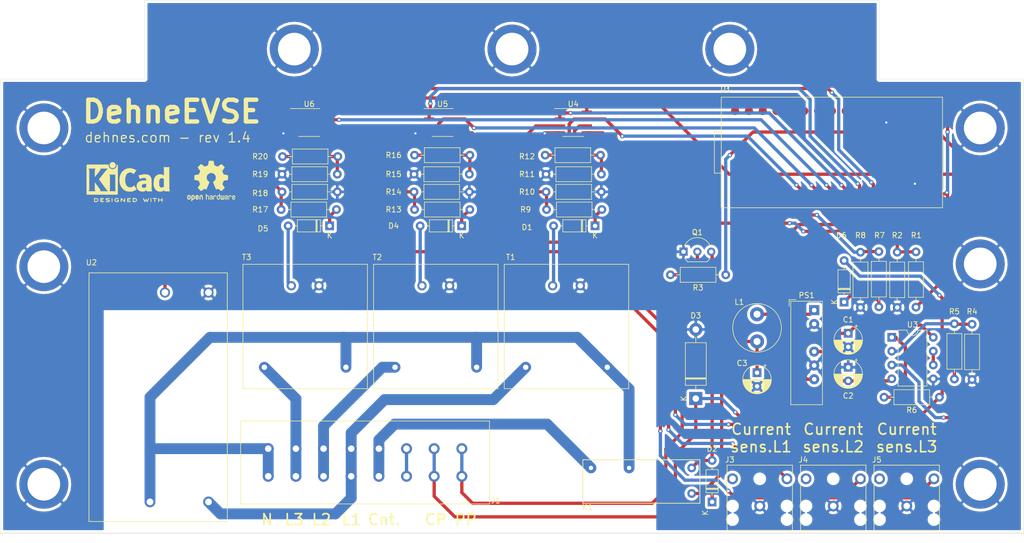
<source format=kicad_pcb>
(kicad_pcb (version 20171130) (host pcbnew "(5.1.9-0-10_14)")
  (title_block (title DehneEVSE) (date 2021-03-08) (rev 1.4) (company dehnes.com))
  (layers (0 F.Cu signal) (31 B.Cu signal) (34 B.Paste user) (35 F.Paste user) (36 B.SilkS user) (37 F.SilkS user) (38 B.Mask user) (39 F.Mask user) (44 Edge.Cuts user))
  (net 0 "")
  (net 1 GND)
  (net 2 +5V)
  (net 3 "Net-(D1-Pad2)")
  (net 4 "Net-(D2-Pad2)")
  (net 5 CP)
  (net 6 "Net-(D4-Pad2)")
  (net 7 "Net-(D5-Pad2)")
  (net 8 Contactor)
  (net 9 MAINS_N)
  (net 10 "Net-(J1-Pad6)")
  (net 11 MAINS_L3)
  (net 12 MAINS_L2)
  (net 13 MAINS_L1)
  (net 14 /PP)
  (net 15 CUR_SENS_L3)
  (net 16 CUR_SENS_L2)
  (net 17 CUR_SENS_L1)
  (net 18 "Net-(J3-Pad2)")
  (net 19 "Net-(J4-Pad2)")
  (net 20 "Net-(J5-Pad2)")
  (net 21 VOLTAGE_SENS_L1_READ)
  (net 22 +12VDC)
  (net 23 -12VDC)
  (net 24 "Net-(D1-Pad1)")
  (net 25 "Net-(D4-Pad1)")
  (net 26 "Net-(D5-Pad1)")
  (net 27 "Net-(D6-Pad1)")
  (net 28 "Net-(L1-Pad1)")
  (net 29 "Net-(Q1-Pad2)")
  (net 30 DC_RELAY)
  (net 31 "Net-(R4-Pad2)")
  (net 32 +3V3)
  (net 33 "Net-(R6-Pad2)")
  (net 34 CP_READ)
  (net 35 "Net-(R10-Pad1)")
  (net 36 "Net-(R11-Pad2)")
  (net 37 CURRENT_SENS_L1_READ)
  (net 38 "Net-(R13-Pad2)")
  (net 39 "Net-(R15-Pad2)")
  (net 40 CURRENT_SENS_L2_READ)
  (net 41 "Net-(R17-Pad2)")
  (net 42 "Net-(R19-Pad2)")
  (net 43 CURRENT_SENS_L3_READ)
  (net 44 "Net-(U1-Pad1)")
  (net 45 "Net-(U1-Pad3)")
  (net 46 "Net-(U1-Pad12)")
  (net 47 "Net-(U1-Pad13)")
  (net 48 "Net-(U1-Pad16)")
  (net 49 "Net-(U1-Pad17)")
  (net 50 "Net-(U1-Pad18)")
  (net 51 PWM)
  (net 52 "Net-(U1-Pad22)")
  (net 53 "Net-(U1-Pad23)")
  (net 54 "Net-(U1-Pad24)")
  (net 55 "Net-(U1-Pad25)")
  (net 56 "Net-(U1-Pad26)")
  (net 57 "Net-(U1-Pad27)")
  (net 58 "Net-(U1-Pad28)")
  (net 59 "Net-(U1-Pad29)")
  (net 60 "Net-(U1-Pad30)")
  (net 61 "Net-(U3-Pad6)")
  (net 62 VOLTAGE_SENS_L3_READ)
  (net 63 VOLTAGE_SENS_L2_READ)
  (module Symbol:OSHW-Logo2_9.8x8mm_SilkScreen (layer F.Cu) (at 152.75 135.25)
    (fp_text reference REF** hide)
    (fp_text value OSHW-Logo2_9.8x8mm_SilkScreen hide)
  )
  (module Symbol:KiCad-Logo2_6mm_SilkScreen (layer F.Cu) (at 137.5 134.75)
    (fp_text reference REF** hide)
    (fp_text value KiCad-Logo2_6mm_SilkScreen hide)
  )
  (module DehneEVSEFootPrints:CONV_IRM-05-5 (layer F.Cu) (at 143 175 90)
    (fp_text reference U2 (at 24.75 -12.25 180) (layer F.SilkS))
    (fp_text value NMA0512SC)
    (pad VPOS thru_hole circle (at 19.25 1.25 90) (size 1.86 1.86) (drill 1.24) (layers *.Cu *.Mask) (net 2 +5V))
    (pad VNEG thru_hole circle (at 19.25 9.25 90) (size 1.86 1.86) (drill 1.24) (layers *.Cu *.Mask) (net 1 GND))
    (pad AC/N thru_hole circle (at -19.25 -1.5 90) (size 1.86 1.86) (drill 1.24) (layers *.Cu *.Mask) (net 9 MAINS_N))
    (pad AC/L thru_hole circle (at -19.25 9.25 90) (size 1.86 1.86) (drill 1.24) (layers *.Cu *.Mask) (net 13 MAINS_L1))
  )
  (module DehneEVSEFootPrints:conn_08x02_wago (layer F.Cu) (at 181 187)
    (fp_text reference J1 (at 24 7) (layer F.SilkS))
    (fp_text value Connector1)
    (pad 8 thru_hole circle (at 17.78 2.54) (size 2 2) (drill 1.2) (layers *.Cu *.Mask) (net 14 /PP))
    (pad 8 thru_hole circle (at 17.78 -2.54) (size 2 2) (drill 1.2) (layers *.Cu *.Mask) (net 14 /PP))
    (pad 7 thru_hole circle (at 12.7 2.54) (size 2 2) (drill 1.2) (layers *.Cu *.Mask) (net 5 CP))
    (pad 7 thru_hole circle (at 12.7 -2.54) (size 2 2) (drill 1.2) (layers *.Cu *.Mask) (net 5 CP))
    (pad 6 thru_hole circle (at 7.62 2.54) (size 2 2) (drill 1.2) (layers *.Cu *.Mask) (net 10 "Net-(J1-Pad6)"))
    (pad 6 thru_hole circle (at 7.62 -2.54) (size 2 2) (drill 1.2) (layers *.Cu *.Mask) (net 10 "Net-(J1-Pad6)"))
    (pad 5 thru_hole circle (at 2.54 2.54) (size 2 2) (drill 1.2) (layers *.Cu *.Mask) (net 8 Contactor))
    (pad 5 thru_hole circle (at 2.54 -2.54) (size 2 2) (drill 1.2) (layers *.Cu *.Mask) (net 8 Contactor))
    (pad 4 thru_hole circle (at -2.54 2.54) (size 2 2) (drill 1.2) (layers *.Cu *.Mask) (net 13 MAINS_L1))
    (pad 4 thru_hole circle (at -2.54 -2.54) (size 2 2) (drill 1.2) (layers *.Cu *.Mask) (net 13 MAINS_L1))
    (pad 3 thru_hole circle (at -7.62 2.54) (size 2 2) (drill 1.2) (layers *.Cu *.Mask) (net 12 MAINS_L2))
    (pad 3 thru_hole circle (at -7.62 -2.54) (size 2 2) (drill 1.2) (layers *.Cu *.Mask) (net 12 MAINS_L2))
    (pad 2 thru_hole circle (at -12.7 2.54) (size 2 2) (drill 1.2) (layers *.Cu *.Mask) (net 11 MAINS_L3))
    (pad 2 thru_hole circle (at -12.7 -2.54) (size 2 2) (drill 1.2) (layers *.Cu *.Mask) (net 11 MAINS_L3))
    (pad 1 thru_hole circle (at -17.78 2.54) (size 2 2) (drill 1.2) (layers *.Cu *.Mask) (net 9 MAINS_N))
    (pad 1 thru_hole circle (at -17.78 -2.54) (size 2 2) (drill 1.2) (layers *.Cu *.Mask) (net 9 MAINS_N))
  )
  (module DehneEVSEFootPrints:MountingHole_6mm (layer F.Cu) (at 294 191)
    (fp_text reference REF** hide)
    (fp_text value MountingHole_6mm)
    (pad 1 thru_hole circle (at 0 0) (size 9 9) (drill 6) (layers *.Cu *.Mask) (net 1 GND))
  )
  (module DehneEVSEFootPrints:MountingHole_6mm (layer F.Cu) (at 294 150.5)
    (fp_text reference REF** hide)
    (fp_text value MountingHole_6mm)
    (pad 1 thru_hole circle (at 0 0) (size 9 9) (drill 6) (layers *.Cu *.Mask) (net 1 GND))
  )
  (module DehneEVSEFootPrints:MountingHole_6mm (layer F.Cu) (at 294 125.5)
    (fp_text reference REF** hide)
    (fp_text value MountingHole_6mm)
    (pad 1 thru_hole circle (at 0 0) (size 9 9) (drill 6) (layers *.Cu *.Mask) (net 1 GND))
  )
  (module DehneEVSEFootPrints:MountingHole_6mm (layer F.Cu) (at 122 191)
    (fp_text reference REF** hide)
    (fp_text value MountingHole_6mm)
    (pad 1 thru_hole circle (at 0 0) (size 9 9) (drill 6) (layers *.Cu *.Mask) (net 1 GND))
  )
  (module DehneEVSEFootPrints:MountingHole_6mm (layer F.Cu) (at 122 151)
    (fp_text reference REF** hide)
    (fp_text value MountingHole_6mm)
    (pad 1 thru_hole circle (at 0 0) (size 9 9) (drill 6) (layers *.Cu *.Mask) (net 1 GND))
  )
  (module DehneEVSEFootPrints:MountingHole_6mm (layer F.Cu) (at 122 125.5)
    (fp_text reference REF** hide)
    (fp_text value MountingHole_6mm)
    (pad 1 thru_hole circle (at 0 0) (size 9 9) (drill 6) (layers *.Cu *.Mask) (net 1 GND))
  )
  (module DehneEVSEFootPrints:MountingHole_6mm (layer F.Cu) (at 248 111)
    (fp_text reference REF** hide)
    (fp_text value MountingHole_6mm)
    (pad 1 thru_hole circle (at 0 0) (size 9 9) (drill 6) (layers *.Cu *.Mask) (net 1 GND))
  )
  (module DehneEVSEFootPrints:MountingHole_6mm (layer F.Cu) (at 208 111)
    (fp_text reference REF** hide)
    (fp_text value MountingHole_6mm)
    (pad 1 thru_hole circle (at 0 0) (size 9 9) (drill 6) (layers *.Cu *.Mask) (net 1 GND))
  )
  (module DehneEVSEFootPrints:MountingHole_6mm (layer F.Cu) (at 168 111)
    (fp_text reference REF** hide)
    (fp_text value MountingHole_6mm)
    (pad 1 thru_hole circle (at 0 0) (size 9 9) (drill 6) (layers *.Cu *.Mask) (net 1 GND))
  )
  (module DehneEVSEFootPrints:Omron-GSNB-1A (layer F.Cu) (at 241 188 180)
    (fp_text reference K1 (at 19.145 -7.25) (layer F.SilkS))
    (fp_text value "G5NB-1A Relay 5VDC")
    (pad 3 thru_hole circle (at 18.5 0 180) (size 1.6 1.6) (drill 0.8) (layers *.Cu *.Mask) (net 8 Contactor))
    (pad 2 thru_hole circle (at 11.5 0 180) (size 1.6 1.6) (drill 0.8) (layers *.Cu *.Mask) (net 9 MAINS_N))
    (pad 4 thru_hole circle (at 0 -4.7 180) (size 1.6 1.6) (drill 0.8) (layers *.Cu *.Mask) (net 2 +5V))
    (pad 1 thru_hole circle (at 0 0 180) (size 1.6 1.6) (drill 0.8) (layers *.Cu *.Mask) (net 4 "Net-(D2-Pad2)"))
  )
  (module DehneEVSEFootPrints:CLIFF_FC68131 (layer F.Cu) (at 280.5 195 90)
    (fp_text reference J5 (at 8.5 -5.5 180) (layer F.SilkS))
    (fp_text value FC68131)
    (pad None np_thru_hole circle (at -2.5 5 90) (size 1.3 1.3) (drill 1.3) (layers *.Cu *.Mask))
    (pad None np_thru_hole circle (at -2.5 -5 90) (size 1.3 1.3) (drill 1.3) (layers *.Cu *.Mask))
    (pad None np_thru_hole circle (at 0 -5 90) (size 1.3 1.3) (drill 1.3) (layers *.Cu *.Mask))
    (pad None np_thru_hole circle (at 0 5 90) (size 1.3 1.3) (drill 1.3) (layers *.Cu *.Mask))
    (pad None np_thru_hole circle (at 5 0 90) (size 1.3 1.3) (drill 1.3) (layers *.Cu *.Mask))
    (pad 2 thru_hole circle (at 5 -5 90) (size 2 2) (drill 1.2) (layers *.Cu *.Mask) (net 20 "Net-(J5-Pad2)"))
    (pad 5 thru_hole circle (at 5 5 90) (size 2 2) (drill 1.2) (layers *.Cu *.Mask) (net 15 CUR_SENS_L3))
    (pad 1 thru_hole circle (at 0 0 90) (size 2 2) (drill 1.2) (layers *.Cu *.Mask) (net 1 GND))
  )
  (module DehneEVSEFootPrints:CLIFF_FC68131 (layer F.Cu) (at 267 195 90)
    (fp_text reference J4 (at 8.5 -5.5 180) (layer F.SilkS))
    (fp_text value FC68131)
    (pad None np_thru_hole circle (at -2.5 5 90) (size 1.3 1.3) (drill 1.3) (layers *.Cu *.Mask))
    (pad None np_thru_hole circle (at -2.5 -5 90) (size 1.3 1.3) (drill 1.3) (layers *.Cu *.Mask))
    (pad None np_thru_hole circle (at 0 -5 90) (size 1.3 1.3) (drill 1.3) (layers *.Cu *.Mask))
    (pad None np_thru_hole circle (at 0 5 90) (size 1.3 1.3) (drill 1.3) (layers *.Cu *.Mask))
    (pad None np_thru_hole circle (at 5 0 90) (size 1.3 1.3) (drill 1.3) (layers *.Cu *.Mask))
    (pad 2 thru_hole circle (at 5 -5 90) (size 2 2) (drill 1.2) (layers *.Cu *.Mask) (net 19 "Net-(J4-Pad2)"))
    (pad 5 thru_hole circle (at 5 5 90) (size 2 2) (drill 1.2) (layers *.Cu *.Mask) (net 16 CUR_SENS_L2))
    (pad 1 thru_hole circle (at 0 0 90) (size 2 2) (drill 1.2) (layers *.Cu *.Mask) (net 1 GND))
  )
  (module DehneEVSEFootPrints:CLIFF_FC68131 (layer F.Cu) (at 253.5 195 90)
    (fp_text reference J3 (at 8.5 -5.5 180) (layer F.SilkS))
    (fp_text value FC68131)
    (pad None np_thru_hole circle (at -2.5 5 90) (size 1.3 1.3) (drill 1.3) (layers *.Cu *.Mask))
    (pad None np_thru_hole circle (at -2.5 -5 90) (size 1.3 1.3) (drill 1.3) (layers *.Cu *.Mask))
    (pad None np_thru_hole circle (at 0 -5 90) (size 1.3 1.3) (drill 1.3) (layers *.Cu *.Mask))
    (pad None np_thru_hole circle (at 0 5 90) (size 1.3 1.3) (drill 1.3) (layers *.Cu *.Mask))
    (pad None np_thru_hole circle (at 5 0 90) (size 1.3 1.3) (drill 1.3) (layers *.Cu *.Mask))
    (pad 2 thru_hole circle (at 5 -5 90) (size 2 2) (drill 1.2) (layers *.Cu *.Mask) (net 18 "Net-(J3-Pad2)"))
    (pad 5 thru_hole circle (at 5 5 90) (size 2 2) (drill 1.2) (layers *.Cu *.Mask) (net 17 CUR_SENS_L1))
    (pad 1 thru_hole circle (at 0 0 90) (size 2 2) (drill 1.2) (layers *.Cu *.Mask) (net 1 GND))
  )
  (module Capacitor_THT:CP_Radial_D5.0mm_P2.50mm (layer F.Cu) (at 269.75 163.25 270)
    (fp_text reference C1 (at -2.5 0 180) (layer F.SilkS))
    (fp_text value 1uf)
    (pad 2 thru_hole circle (at 2.5 0 270) (size 1.6 1.6) (drill 0.8) (layers *.Cu *.Mask) (net 1 GND))
    (pad 1 thru_hole rect (at 0 0 270) (size 1.6 1.6) (drill 0.8) (layers *.Cu *.Mask) (net 22 +12VDC))
  )
  (module Capacitor_THT:CP_Radial_D5.0mm_P2.50mm (layer F.Cu) (at 269.75 169.5 270)
    (fp_text reference C2 (at 5.25 0 180) (layer F.SilkS))
    (fp_text value 1uf)
    (pad 2 thru_hole circle (at 2.5 0 270) (size 1.6 1.6) (drill 0.8) (layers *.Cu *.Mask) (net 23 -12VDC))
    (pad 1 thru_hole rect (at 0 0 270) (size 1.6 1.6) (drill 0.8) (layers *.Cu *.Mask) (net 1 GND))
  )
  (module Capacitor_THT:CP_Radial_D5.0mm_P2.50mm (layer F.Cu) (at 253 170.5 270)
    (fp_text reference C3 (at -1.75 2.75 180) (layer F.SilkS))
    (fp_text value 2.2uf/50V)
    (pad 2 thru_hole circle (at 2.5 0 270) (size 1.6 1.6) (drill 0.8) (layers *.Cu *.Mask) (net 1 GND))
    (pad 1 thru_hole rect (at 0 0 270) (size 1.6 1.6) (drill 0.8) (layers *.Cu *.Mask) (net 2 +5V))
  )
  (module Diode_THT:D_DO-35_SOD27_P7.62mm_Horizontal (layer F.Cu) (at 223.25 143.5 180)
    (fp_text reference D1 (at 12.5 -0.25) (layer F.SilkS))
    (fp_text value 1N4148)
    (fp_text user K (at 0 -1.8) (layer F.SilkS))
    (pad 2 thru_hole oval (at 7.62 0 180) (size 1.6 1.6) (drill 0.8) (layers *.Cu *.Mask) (net 3 "Net-(D1-Pad2)"))
    (pad 1 thru_hole rect (at 0 0 180) (size 1.6 1.6) (drill 0.8) (layers *.Cu *.Mask) (net 24 "Net-(D1-Pad1)"))
  )
  (module Diode_THT:D_DO-35_SOD27_P7.62mm_Horizontal (layer F.Cu) (at 244.75 194.25 90)
    (fp_text reference D2 (at 9.75 0 180) (layer F.SilkS))
    (fp_text value 1N4148)
    (fp_text user K (at -2 -1.25 90) (layer F.SilkS))
    (pad 2 thru_hole oval (at 7.62 0 90) (size 1.6 1.6) (drill 0.8) (layers *.Cu *.Mask) (net 4 "Net-(D2-Pad2)"))
    (pad 1 thru_hole rect (at 0 0 90) (size 1.6 1.6) (drill 0.8) (layers *.Cu *.Mask) (net 2 +5V))
  )
  (module Diode_THT:D_DO-15_P12.70mm_Horizontal (layer F.Cu) (at 241.75 175.25 90)
    (fp_text reference D3 (at 15.25 0 180) (layer F.SilkS))
    (fp_text value TVS-P6KE16CA)
    (fp_text user K (at 0 -2.2 90) (layer F.SilkS))
    (pad 2 thru_hole oval (at 12.7 0 90) (size 2.4 2.4) (drill 1.2) (layers *.Cu *.Mask) (net 1 GND))
    (pad 1 thru_hole rect (at 0 0 90) (size 2.4 2.4) (drill 1.2) (layers *.Cu *.Mask) (net 5 CP))
  )
  (module Diode_THT:D_DO-35_SOD27_P7.62mm_Horizontal (layer F.Cu) (at 198.75 143.5 180)
    (fp_text reference D4 (at 12.5 0) (layer F.SilkS))
    (fp_text value 1N4148)
    (fp_text user K (at 0 -1.8) (layer F.SilkS))
    (pad 2 thru_hole oval (at 7.62 0 180) (size 1.6 1.6) (drill 0.8) (layers *.Cu *.Mask) (net 6 "Net-(D4-Pad2)"))
    (pad 1 thru_hole rect (at 0 0 180) (size 1.6 1.6) (drill 0.8) (layers *.Cu *.Mask) (net 25 "Net-(D4-Pad1)"))
  )
  (module Diode_THT:D_DO-35_SOD27_P7.62mm_Horizontal (layer F.Cu) (at 174.5 143.5 180)
    (fp_text reference D5 (at 12.25 -0.5) (layer F.SilkS))
    (fp_text value 1N4148)
    (fp_text user K (at 0 -1.8) (layer F.SilkS))
    (pad 2 thru_hole oval (at 7.62 0 180) (size 1.6 1.6) (drill 0.8) (layers *.Cu *.Mask) (net 7 "Net-(D5-Pad2)"))
    (pad 1 thru_hole rect (at 0 0 180) (size 1.6 1.6) (drill 0.8) (layers *.Cu *.Mask) (net 26 "Net-(D5-Pad1)"))
  )
  (module Diode_THT:D_DO-35_SOD27_P7.62mm_Horizontal (layer F.Cu) (at 269 157.5 90)
    (fp_text reference D6 (at 12.25 -0.5 180) (layer F.SilkS))
    (fp_text value 1N4148)
    (fp_text user K (at 0 -1.8 90) (layer F.SilkS))
    (pad 2 thru_hole oval (at 7.62 0 90) (size 1.6 1.6) (drill 0.8) (layers *.Cu *.Mask) (net 5 CP))
    (pad 1 thru_hole rect (at 0 0 90) (size 1.6 1.6) (drill 0.8) (layers *.Cu *.Mask) (net 27 "Net-(D6-Pad1)"))
  )
  (module Inductor_THT:L_Radial_D8.7mm_P5.00mm_Fastron_07HCP (layer F.Cu) (at 253 159.75 270)
    (fp_text reference L1 (at -2.25 3.25 180) (layer F.SilkS))
    (fp_text value 18uH)
    (pad 2 thru_hole circle (at 5 0 270) (size 2.6 2.6) (drill 1.3) (layers *.Cu *.Mask) (net 2 +5V))
    (pad 1 thru_hole circle (at 0 0 270) (size 2.6 2.6) (drill 1.3) (layers *.Cu *.Mask) (net 28 "Net-(L1-Pad1)"))
  )
  (module Converter_DCDC:Converter_DCDC_XP_POWER-IAxxxxS_THT (layer F.Cu) (at 263.5 159)
    (fp_text reference PS1 (at -1.39 -2.73) (layer F.SilkS))
    (fp_text value NMA0512SC)
    (pad 6 thru_hole circle (at 0 12.7) (size 1.85 1.85) (drill 0.85) (layers *.Cu *.Mask) (net 22 +12VDC))
    (pad 5 thru_hole circle (at 0 10.16) (size 1.85 1.85) (drill 0.85) (layers *.Cu *.Mask) (net 1 GND))
    (pad 4 thru_hole circle (at 0 7.62) (size 1.85 1.85) (drill 0.85) (layers *.Cu *.Mask) (net 23 -12VDC))
    (pad 2 thru_hole circle (at 0 2.54) (size 1.85 1.85) (drill 0.85) (layers *.Cu *.Mask) (net 1 GND))
    (pad 1 thru_hole rect (at 0 0) (size 1.85 1.85) (drill 0.85) (layers *.Cu *.Mask) (net 28 "Net-(L1-Pad1)"))
  )
  (module Package_TO_SOT_THT:TO-92_Inline_Wide (layer F.Cu) (at 239.5 148.25)
    (fp_text reference Q1 (at 2.54 -3.56) (layer F.SilkS))
    (fp_text value PN2222A)
    (pad 1 thru_hole rect (at 0 0) (size 1.5 1.5) (drill 0.8) (layers *.Cu *.Mask) (net 1 GND))
    (pad 3 thru_hole circle (at 5.08 0) (size 1.5 1.5) (drill 0.8) (layers *.Cu *.Mask) (net 4 "Net-(D2-Pad2)"))
    (pad 2 thru_hole circle (at 2.54 0) (size 1.5 1.5) (drill 0.8) (layers *.Cu *.Mask) (net 29 "Net-(Q1-Pad2)"))
  )
  (module Resistor_THT:R_Axial_DIN0207_L6.3mm_D2.5mm_P10.16mm_Horizontal (layer F.Cu) (at 282.194999 148.285001 270)
    (fp_text reference R1 (at -3.035001 -0.055001 180) (layer F.SilkS))
    (fp_text value 1k)
    (pad 2 thru_hole oval (at 10.16 0 270) (size 1.6 1.6) (drill 0.8) (layers *.Cu *.Mask) (net 2 +5V))
    (pad 1 thru_hole circle (at 0 0 270) (size 1.6 1.6) (drill 0.8) (layers *.Cu *.Mask) (net 14 /PP))
  )
  (module Resistor_THT:R_Axial_DIN0207_L6.3mm_D2.5mm_P10.16mm_Horizontal (layer F.Cu) (at 278.75 158.5 90)
    (fp_text reference R2 (at 13.25 0 180) (layer F.SilkS))
    (fp_text value 1k)
    (pad 2 thru_hole oval (at 10.16 0 90) (size 1.6 1.6) (drill 0.8) (layers *.Cu *.Mask) (net 14 /PP))
    (pad 1 thru_hole circle (at 0 0 90) (size 1.6 1.6) (drill 0.8) (layers *.Cu *.Mask) (net 1 GND))
  )
  (module Resistor_THT:R_Axial_DIN0207_L6.3mm_D2.5mm_P10.16mm_Horizontal (layer F.Cu) (at 247.25 152.5 180)
    (fp_text reference R3 (at 5.08 -2.37) (layer F.SilkS))
    (fp_text value 330)
    (pad 2 thru_hole oval (at 10.16 0 180) (size 1.6 1.6) (drill 0.8) (layers *.Cu *.Mask) (net 29 "Net-(Q1-Pad2)"))
    (pad 1 thru_hole circle (at 0 0 180) (size 1.6 1.6) (drill 0.8) (layers *.Cu *.Mask) (net 30 DC_RELAY))
  )
  (module Resistor_THT:R_Axial_DIN0207_L6.3mm_D2.5mm_P10.16mm_Horizontal (layer F.Cu) (at 292.5 171.75 90)
    (fp_text reference R4 (at 12.5 0 180) (layer F.SilkS))
    (fp_text value 120k)
    (pad 2 thru_hole oval (at 10.16 0 90) (size 1.6 1.6) (drill 0.8) (layers *.Cu *.Mask) (net 31 "Net-(R4-Pad2)"))
    (pad 1 thru_hole circle (at 0 0 90) (size 1.6 1.6) (drill 0.8) (layers *.Cu *.Mask) (net 1 GND))
  )
  (module Resistor_THT:R_Axial_DIN0207_L6.3mm_D2.5mm_P10.16mm_Horizontal (layer F.Cu) (at 289.25 161.5 270)
    (fp_text reference R5 (at -2.25 0 180) (layer F.SilkS))
    (fp_text value 120k)
    (pad 2 thru_hole oval (at 10.16 0 270) (size 1.6 1.6) (drill 0.8) (layers *.Cu *.Mask) (net 32 +3V3))
    (pad 1 thru_hole circle (at 0 0 270) (size 1.6 1.6) (drill 0.8) (layers *.Cu *.Mask) (net 31 "Net-(R4-Pad2)"))
  )
  (module Resistor_THT:R_Axial_DIN0207_L6.3mm_D2.5mm_P10.16mm_Horizontal (layer F.Cu) (at 286.5 175 180)
    (fp_text reference R6 (at 5.08 -2.37) (layer F.SilkS))
    (fp_text value 1k)
    (pad 2 thru_hole oval (at 10.16 0 180) (size 1.6 1.6) (drill 0.8) (layers *.Cu *.Mask) (net 33 "Net-(R6-Pad2)"))
    (pad 1 thru_hole circle (at 0 0 180) (size 1.6 1.6) (drill 0.8) (layers *.Cu *.Mask) (net 5 CP))
  )
  (module Resistor_THT:R_Axial_DIN0207_L6.3mm_D2.5mm_P10.16mm_Horizontal (layer F.Cu) (at 275.374999 148.225001 270)
    (fp_text reference R7 (at -2.975001 -0.125001 180) (layer F.SilkS))
    (fp_text value 180k)
    (pad 2 thru_hole oval (at 10.16 0 270) (size 1.6 1.6) (drill 0.8) (layers *.Cu *.Mask) (net 27 "Net-(D6-Pad1)"))
    (pad 1 thru_hole circle (at 0 0 270) (size 1.6 1.6) (drill 0.8) (layers *.Cu *.Mask) (net 34 CP_READ))
  )
  (module Resistor_THT:R_Axial_DIN0207_L6.3mm_D2.5mm_P10.16mm_Horizontal (layer F.Cu) (at 272 158.5 90)
    (fp_text reference R8 (at 13.25 0 180) (layer F.SilkS))
    (fp_text value 47k)
    (pad 2 thru_hole oval (at 10.16 0 90) (size 1.6 1.6) (drill 0.8) (layers *.Cu *.Mask) (net 34 CP_READ))
    (pad 1 thru_hole circle (at 0 0 90) (size 1.6 1.6) (drill 0.8) (layers *.Cu *.Mask) (net 1 GND))
  )
  (module Resistor_THT:R_Axial_DIN0207_L6.3mm_D2.5mm_P10.16mm_Horizontal (layer F.Cu) (at 224.5 140.5 180)
    (fp_text reference R9 (at 14 0 180) (layer F.SilkS))
    (fp_text value 100k)
    (pad 2 thru_hole oval (at 10.16 0 180) (size 1.6 1.6) (drill 0.8) (layers *.Cu *.Mask) (net 35 "Net-(R10-Pad1)"))
    (pad 1 thru_hole circle (at 0 0 180) (size 1.6 1.6) (drill 0.8) (layers *.Cu *.Mask) (net 24 "Net-(D1-Pad1)"))
  )
  (module Resistor_THT:R_Axial_DIN0207_L6.3mm_D2.5mm_P10.16mm_Horizontal (layer F.Cu) (at 214.25 137.25)
    (fp_text reference R10 (at -3.5 0) (layer F.SilkS))
    (fp_text value 10k)
    (pad 2 thru_hole oval (at 10.16 0) (size 1.6 1.6) (drill 0.8) (layers *.Cu *.Mask) (net 1 GND))
    (pad 1 thru_hole circle (at 0 0) (size 1.6 1.6) (drill 0.8) (layers *.Cu *.Mask) (net 35 "Net-(R10-Pad1)"))
  )
  (module Resistor_THT:R_Axial_DIN0207_L6.3mm_D2.5mm_P10.16mm_Horizontal (layer F.Cu) (at 214.25 134)
    (fp_text reference R11 (at -3.5 0) (layer F.SilkS))
    (fp_text value 10k)
    (pad 2 thru_hole oval (at 10.16 0) (size 1.6 1.6) (drill 0.8) (layers *.Cu *.Mask) (net 36 "Net-(R11-Pad2)"))
    (pad 1 thru_hole circle (at 0 0) (size 1.6 1.6) (drill 0.8) (layers *.Cu *.Mask) (net 1 GND))
  )
  (module Resistor_THT:R_Axial_DIN0207_L6.3mm_D2.5mm_P10.16mm_Horizontal (layer F.Cu) (at 224.25 130.5 180)
    (fp_text reference R12 (at 13.5 -0.25) (layer F.SilkS))
    (fp_text value 10k)
    (pad 2 thru_hole oval (at 10.16 0 180) (size 1.6 1.6) (drill 0.8) (layers *.Cu *.Mask) (net 37 CURRENT_SENS_L1_READ))
    (pad 1 thru_hole circle (at 0 0 180) (size 1.6 1.6) (drill 0.8) (layers *.Cu *.Mask) (net 36 "Net-(R11-Pad2)"))
  )
  (module Resistor_THT:R_Axial_DIN0207_L6.3mm_D2.5mm_P10.16mm_Horizontal (layer F.Cu) (at 200.25 140.5 180)
    (fp_text reference R13 (at 14 0) (layer F.SilkS))
    (fp_text value 100k)
    (pad 2 thru_hole oval (at 10.16 0 180) (size 1.6 1.6) (drill 0.8) (layers *.Cu *.Mask) (net 38 "Net-(R13-Pad2)"))
    (pad 1 thru_hole circle (at 0 0 180) (size 1.6 1.6) (drill 0.8) (layers *.Cu *.Mask) (net 25 "Net-(D4-Pad1)"))
  )
  (module Resistor_THT:R_Axial_DIN0207_L6.3mm_D2.5mm_P10.16mm_Horizontal (layer F.Cu) (at 190 137.25)
    (fp_text reference R14 (at -3.75 0) (layer F.SilkS))
    (fp_text value 10k)
    (pad 2 thru_hole oval (at 10.16 0) (size 1.6 1.6) (drill 0.8) (layers *.Cu *.Mask) (net 1 GND))
    (pad 1 thru_hole circle (at 0 0) (size 1.6 1.6) (drill 0.8) (layers *.Cu *.Mask) (net 38 "Net-(R13-Pad2)"))
  )
  (module Resistor_THT:R_Axial_DIN0207_L6.3mm_D2.5mm_P10.16mm_Horizontal (layer F.Cu) (at 190 134)
    (fp_text reference R15 (at -3.75 0) (layer F.SilkS))
    (fp_text value 10k)
    (pad 2 thru_hole oval (at 10.16 0) (size 1.6 1.6) (drill 0.8) (layers *.Cu *.Mask) (net 39 "Net-(R15-Pad2)"))
    (pad 1 thru_hole circle (at 0 0) (size 1.6 1.6) (drill 0.8) (layers *.Cu *.Mask) (net 1 GND))
  )
  (module Resistor_THT:R_Axial_DIN0207_L6.3mm_D2.5mm_P10.16mm_Horizontal (layer F.Cu) (at 200.25 130.5 180)
    (fp_text reference R16 (at 14 0) (layer F.SilkS))
    (fp_text value 10k)
    (pad 2 thru_hole oval (at 10.16 0 180) (size 1.6 1.6) (drill 0.8) (layers *.Cu *.Mask) (net 40 CURRENT_SENS_L2_READ))
    (pad 1 thru_hole circle (at 0 0 180) (size 1.6 1.6) (drill 0.8) (layers *.Cu *.Mask) (net 39 "Net-(R15-Pad2)"))
  )
  (module Resistor_THT:R_Axial_DIN0207_L6.3mm_D2.5mm_P10.16mm_Horizontal (layer F.Cu) (at 175.75 140.5 180)
    (fp_text reference R17 (at 14 0) (layer F.SilkS))
    (fp_text value 100k)
    (pad 2 thru_hole oval (at 10.16 0 180) (size 1.6 1.6) (drill 0.8) (layers *.Cu *.Mask) (net 41 "Net-(R17-Pad2)"))
    (pad 1 thru_hole circle (at 0 0 180) (size 1.6 1.6) (drill 0.8) (layers *.Cu *.Mask) (net 26 "Net-(D5-Pad1)"))
  )
  (module Resistor_THT:R_Axial_DIN0207_L6.3mm_D2.5mm_P10.16mm_Horizontal (layer F.Cu) (at 165.75 137.25)
    (fp_text reference R18 (at -4 0.25) (layer F.SilkS))
    (fp_text value 10k)
    (pad 2 thru_hole oval (at 10.16 0) (size 1.6 1.6) (drill 0.8) (layers *.Cu *.Mask) (net 1 GND))
    (pad 1 thru_hole circle (at 0 0) (size 1.6 1.6) (drill 0.8) (layers *.Cu *.Mask) (net 41 "Net-(R17-Pad2)"))
  )
  (module Resistor_THT:R_Axial_DIN0207_L6.3mm_D2.5mm_P10.16mm_Horizontal (layer F.Cu) (at 165.75 134)
    (fp_text reference R19 (at -4 0) (layer F.SilkS))
    (fp_text value 10k)
    (pad 2 thru_hole oval (at 10.16 0) (size 1.6 1.6) (drill 0.8) (layers *.Cu *.Mask) (net 42 "Net-(R19-Pad2)"))
    (pad 1 thru_hole circle (at 0 0) (size 1.6 1.6) (drill 0.8) (layers *.Cu *.Mask) (net 1 GND))
  )
  (module Resistor_THT:R_Axial_DIN0207_L6.3mm_D2.5mm_P10.16mm_Horizontal (layer F.Cu) (at 176 130.75 180)
    (fp_text reference R20 (at 14.25 0) (layer F.SilkS))
    (fp_text value 10k)
    (pad 2 thru_hole oval (at 10.16 0 180) (size 1.6 1.6) (drill 0.8) (layers *.Cu *.Mask) (net 43 CURRENT_SENS_L3_READ))
    (pad 1 thru_hole circle (at 0 0 180) (size 1.6 1.6) (drill 0.8) (layers *.Cu *.Mask) (net 42 "Net-(R19-Pad2)"))
  )
  (module DehneEVSEFootPrints:Arduino_Nano_33_iot__SMT (layer F.Cu) (at 266.75 130)
    (fp_text reference U1 (at -19.5 -11.5) (layer F.SilkS))
    (fp_text value "Arduino Nano 33 IoT")
    (pad 30 smd circle (at -17.78 -7.62) (size 1.5 1.5) (layers F.Cu F.Paste F.Mask) (net 60 "Net-(U1-Pad30)"))
    (pad 29 smd circle (at -15.24 -7.62) (size 1.5 1.5) (layers F.Cu F.Paste F.Mask) (net 59 "Net-(U1-Pad29)"))
    (pad 28 smd circle (at -12.7 -7.62) (size 1.5 1.5) (layers F.Cu F.Paste F.Mask) (net 58 "Net-(U1-Pad28)"))
    (pad 27 smd circle (at -10.16 -7.62) (size 1.5 1.5) (layers F.Cu F.Paste F.Mask) (net 57 "Net-(U1-Pad27)"))
    (pad 26 smd circle (at -7.62 -7.62) (size 1.5 1.5) (layers F.Cu F.Paste F.Mask) (net 56 "Net-(U1-Pad26)"))
    (pad 25 smd circle (at -5.08 -7.62) (size 1.5 1.5) (layers F.Cu F.Paste F.Mask) (net 55 "Net-(U1-Pad25)"))
    (pad 24 smd circle (at -2.54 -7.62) (size 1.5 1.5) (layers F.Cu F.Paste F.Mask) (net 54 "Net-(U1-Pad24)"))
    (pad 23 smd circle (at 0 -7.62) (size 1.5 1.5) (layers F.Cu F.Paste F.Mask) (net 53 "Net-(U1-Pad23)"))
    (pad 22 smd circle (at 2.54 -7.62) (size 1.5 1.5) (layers F.Cu F.Paste F.Mask) (net 52 "Net-(U1-Pad22)"))
    (pad 21 smd circle (at 5.08 -7.62) (size 1.5 1.5) (layers F.Cu F.Paste F.Mask) (net 51 PWM))
    (pad 20 smd circle (at 7.62 -7.62) (size 1.5 1.5) (layers F.Cu F.Paste F.Mask) (net 30 DC_RELAY))
    (pad 19 smd circle (at 10.16 -7.62) (size 1.5 1.5) (layers F.Cu F.Paste F.Mask) (net 1 GND))
    (pad 18 smd circle (at 12.7 -7.62) (size 1.5 1.5) (layers F.Cu F.Paste F.Mask) (net 50 "Net-(U1-Pad18)"))
    (pad 17 smd circle (at 15.24 -7.62) (size 1.5 1.5) (layers F.Cu F.Paste F.Mask) (net 49 "Net-(U1-Pad17)"))
    (pad 16 smd circle (at 17.78 -7.62) (size 1.5 1.5) (layers F.Cu F.Paste F.Mask) (net 48 "Net-(U1-Pad16)"))
    (pad 15 smd circle (at 17.78 7.62) (size 1.5 1.5) (layers F.Cu F.Paste F.Mask) (net 2 +5V))
    (pad 14 smd circle (at 15.24 7.62) (size 1.5 1.5) (layers F.Cu F.Paste F.Mask) (net 1 GND))
    (pad 13 smd circle (at 12.7 7.62) (size 1.5 1.5) (layers F.Cu F.Paste F.Mask) (net 47 "Net-(U1-Pad13)"))
    (pad 12 smd circle (at 10.16 7.62) (size 1.5 1.5) (layers F.Cu F.Paste F.Mask) (net 46 "Net-(U1-Pad12)"))
    (pad 11 smd circle (at 7.62 7.62) (size 1.5 1.5) (layers F.Cu F.Paste F.Mask) (net 62 VOLTAGE_SENS_L3_READ))
    (pad 10 smd circle (at 5.08 7.62) (size 1.5 1.5) (layers F.Cu F.Paste F.Mask) (net 63 VOLTAGE_SENS_L2_READ))
    (pad 9 smd circle (at 2.54 7.62) (size 1.5 1.5) (layers F.Cu F.Paste F.Mask) (net 21 VOLTAGE_SENS_L1_READ))
    (pad 8 smd circle (at 0 7.62) (size 1.5 1.5) (layers F.Cu F.Paste F.Mask) (net 43 CURRENT_SENS_L3_READ))
    (pad 7 smd circle (at -2.54 7.62) (size 1.5 1.5) (layers F.Cu F.Paste F.Mask) (net 40 CURRENT_SENS_L2_READ))
    (pad 6 smd circle (at -5.08 7.62) (size 1.5 1.5) (layers F.Cu F.Paste F.Mask) (net 37 CURRENT_SENS_L1_READ))
    (pad 5 smd circle (at -7.62 7.62) (size 1.5 1.5) (layers F.Cu F.Paste F.Mask) (net 34 CP_READ))
    (pad 4 smd circle (at -10.16 7.62) (size 1.5 1.5) (layers F.Cu F.Paste F.Mask) (net 14 /PP))
    (pad 3 smd circle (at -12.7 7.62) (size 1.5 1.5) (layers F.Cu F.Paste F.Mask) (net 45 "Net-(U1-Pad3)"))
    (pad 2 smd circle (at -15.24 7.62) (size 1.5 1.5) (layers F.Cu F.Paste F.Mask) (net 32 +3V3))
    (pad 1 smd circle (at -17.78 7.62) (size 1.5 1.5) (layers F.Cu F.Paste F.Mask) (net 44 "Net-(U1-Pad1)"))
  )
  (module Package_DIP:DIP-8_W7.62mm (layer F.Cu) (at 277.75 164)
    (fp_text reference U3 (at 3.81 -2.33) (layer F.SilkS))
    (fp_text value LT1498IN8)
    (pad 8 thru_hole oval (at 7.62 0) (size 1.6 1.6) (drill 0.8) (layers *.Cu *.Mask) (net 22 +12VDC))
    (pad 4 thru_hole oval (at 0 7.62) (size 1.6 1.6) (drill 0.8) (layers *.Cu *.Mask) (net 23 -12VDC))
    (pad 7 thru_hole oval (at 7.62 2.54) (size 1.6 1.6) (drill 0.8) (layers *.Cu *.Mask) (net 61 "Net-(U3-Pad6)"))
    (pad 3 thru_hole oval (at 0 5.08) (size 1.6 1.6) (drill 0.8) (layers *.Cu *.Mask) (net 51 PWM))
    (pad 6 thru_hole oval (at 7.62 5.08) (size 1.6 1.6) (drill 0.8) (layers *.Cu *.Mask) (net 61 "Net-(U3-Pad6)"))
    (pad 2 thru_hole oval (at 0 2.54) (size 1.6 1.6) (drill 0.8) (layers *.Cu *.Mask) (net 31 "Net-(R4-Pad2)"))
    (pad 5 thru_hole oval (at 7.62 7.62) (size 1.6 1.6) (drill 0.8) (layers *.Cu *.Mask) (net 1 GND))
    (pad 1 thru_hole rect (at 0 0) (size 1.6 1.6) (drill 0.8) (layers *.Cu *.Mask) (net 33 "Net-(R6-Pad2)"))
  )
  (module DehneEVSEFootPrints:VB_05-1-12 (layer F.Cu) (at 218 162 90)
    (fp_text reference T1 (at 12.75 -10.25 180) (layer F.SilkS))
    (fp_text value VB_05-1-12)
    (pad 1 thru_hole circle (at -7.493 -7.493 90) (size 1.7 1.7) (drill 1) (layers *.Cu *.Mask) (net 13 MAINS_L1))
    (pad 2 thru_hole circle (at -7.493 7.493 90) (size 1.7 1.7) (drill 1) (layers *.Cu *.Mask) (net 9 MAINS_N))
    (pad 3 thru_hole circle (at 7.493 -2.54 90) (size 1.7 1.7) (drill 1) (layers *.Cu *.Mask) (net 3 "Net-(D1-Pad2)"))
    (pad 4 thru_hole circle (at 7.493 2.54 90) (size 1.7 1.7) (drill 1) (layers *.Cu *.Mask) (net 1 GND))
  )
  (module DehneEVSEFootPrints:VB_05-1-12 (layer F.Cu) (at 194 162 90)
    (fp_text reference T2 (at 12.75 -10.75 180) (layer F.SilkS))
    (fp_text value VB_05-1-12)
    (pad 1 thru_hole circle (at -7.493 -7.493 90) (size 1.7 1.7) (drill 1) (layers *.Cu *.Mask) (net 12 MAINS_L2))
    (pad 2 thru_hole circle (at -7.493 7.493 90) (size 1.7 1.7) (drill 1) (layers *.Cu *.Mask) (net 9 MAINS_N))
    (pad 3 thru_hole circle (at 7.493 -2.54 90) (size 1.7 1.7) (drill 1) (layers *.Cu *.Mask) (net 6 "Net-(D4-Pad2)"))
    (pad 4 thru_hole circle (at 7.493 2.54 90) (size 1.7 1.7) (drill 1) (layers *.Cu *.Mask) (net 1 GND))
  )
  (module DehneEVSEFootPrints:VB_05-1-12 (layer F.Cu) (at 170 162 90)
    (fp_text reference T3 (at 12.75 -10.75 180) (layer F.SilkS))
    (fp_text value VB_05-1-12)
    (pad 1 thru_hole circle (at -7.493 -7.493 90) (size 1.7 1.7) (drill 1) (layers *.Cu *.Mask) (net 11 MAINS_L3))
    (pad 2 thru_hole circle (at -7.493 7.493 90) (size 1.7 1.7) (drill 1) (layers *.Cu *.Mask) (net 9 MAINS_N))
    (pad 3 thru_hole circle (at 7.493 -2.54 90) (size 1.7 1.7) (drill 1) (layers *.Cu *.Mask) (net 7 "Net-(D5-Pad2)"))
    (pad 4 thru_hole circle (at 7.493 2.54 90) (size 1.7 1.7) (drill 1) (layers *.Cu *.Mask) (net 1 GND))
  )
  (module Package_SO:SOIC-8_3.9x4.9mm_P1.27mm (layer F.Cu) (at 219.25 124.5)
    (fp_text reference U4 (at 0 -3.4) (layer F.SilkS))
    (fp_text value MCP602T)
    (pad 8 smd roundrect (at 2.475 -1.905) (size 1.95 0.6) (layers F.Cu F.Paste F.Mask) (net 32 +3V3))
    (pad 7 smd roundrect (at 2.475 -0.635) (size 1.95 0.6) (layers F.Cu F.Paste F.Mask) (net 37 CURRENT_SENS_L1_READ))
    (pad 6 smd roundrect (at 2.475 0.635) (size 1.95 0.6) (layers F.Cu F.Paste F.Mask) (net 36 "Net-(R11-Pad2)"))
    (pad 5 smd roundrect (at 2.475 1.905) (size 1.95 0.6) (layers F.Cu F.Paste F.Mask) (net 17 CUR_SENS_L1))
    (pad 4 smd roundrect (at -2.475 1.905) (size 1.95 0.6) (layers F.Cu F.Paste F.Mask) (net 1 GND))
    (pad 3 smd roundrect (at -2.475 0.635) (size 1.95 0.6) (layers F.Cu F.Paste F.Mask) (net 35 "Net-(R10-Pad1)"))
    (pad 2 smd roundrect (at -2.475 -0.635) (size 1.95 0.6) (layers F.Cu F.Paste F.Mask) (net 21 VOLTAGE_SENS_L1_READ))
    (pad 1 smd roundrect (at -2.475 -1.905) (size 1.95 0.6) (layers F.Cu F.Paste F.Mask) (net 21 VOLTAGE_SENS_L1_READ))
  )
  (module Package_SO:SOIC-8_3.9x4.9mm_P1.27mm (layer F.Cu) (at 195.25 124.5)
    (fp_text reference U5 (at 0 -3.4) (layer F.SilkS))
    (fp_text value MCP602T)
    (pad 8 smd roundrect (at 2.475 -1.905) (size 1.95 0.6) (layers F.Cu F.Paste F.Mask) (net 32 +3V3))
    (pad 7 smd roundrect (at 2.475 -0.635) (size 1.95 0.6) (layers F.Cu F.Paste F.Mask) (net 40 CURRENT_SENS_L2_READ))
    (pad 6 smd roundrect (at 2.475 0.635) (size 1.95 0.6) (layers F.Cu F.Paste F.Mask) (net 39 "Net-(R15-Pad2)"))
    (pad 5 smd roundrect (at 2.475 1.905) (size 1.95 0.6) (layers F.Cu F.Paste F.Mask) (net 16 CUR_SENS_L2))
    (pad 4 smd roundrect (at -2.475 1.905) (size 1.95 0.6) (layers F.Cu F.Paste F.Mask) (net 1 GND))
    (pad 3 smd roundrect (at -2.475 0.635) (size 1.95 0.6) (layers F.Cu F.Paste F.Mask) (net 38 "Net-(R13-Pad2)"))
    (pad 2 smd roundrect (at -2.475 -0.635) (size 1.95 0.6) (layers F.Cu F.Paste F.Mask) (net 63 VOLTAGE_SENS_L2_READ))
    (pad 1 smd roundrect (at -2.475 -1.905) (size 1.95 0.6) (layers F.Cu F.Paste F.Mask) (net 63 VOLTAGE_SENS_L2_READ))
  )
  (module Package_SO:SOIC-8_3.9x4.9mm_P1.27mm (layer F.Cu) (at 170.75 124.5)
    (fp_text reference U6 (at 0 -3.4) (layer F.SilkS))
    (fp_text value MCP602T)
    (pad 8 smd roundrect (at 2.475 -1.905) (size 1.95 0.6) (layers F.Cu F.Paste F.Mask) (net 32 +3V3))
    (pad 7 smd roundrect (at 2.475 -0.635) (size 1.95 0.6) (layers F.Cu F.Paste F.Mask) (net 43 CURRENT_SENS_L3_READ))
    (pad 6 smd roundrect (at 2.475 0.635) (size 1.95 0.6) (layers F.Cu F.Paste F.Mask) (net 42 "Net-(R19-Pad2)"))
    (pad 5 smd roundrect (at 2.475 1.905) (size 1.95 0.6) (layers F.Cu F.Paste F.Mask) (net 15 CUR_SENS_L3))
    (pad 4 smd roundrect (at -2.475 1.905) (size 1.95 0.6) (layers F.Cu F.Paste F.Mask) (net 1 GND))
    (pad 3 smd roundrect (at -2.475 0.635) (size 1.95 0.6) (layers F.Cu F.Paste F.Mask) (net 41 "Net-(R17-Pad2)"))
    (pad 2 smd roundrect (at -2.475 -0.635) (size 1.95 0.6) (layers F.Cu F.Paste F.Mask) (net 62 VOLTAGE_SENS_L3_READ))
    (pad 1 smd roundrect (at -2.475 -1.905) (size 1.95 0.6) (layers F.Cu F.Paste F.Mask) (net 62 VOLTAGE_SENS_L3_READ))
  )
  (gr_text "Current\nsens.L3" (at 280.5 182.5) (layer F.SilkS) (effects (font (size 2 2) (thickness 0.3))))
  (gr_text "Current\nsens.L2" (at 267 182.5) (layer F.SilkS) (effects (font (size 2 2) (thickness 0.3))))
  (gr_text "dehnes.com - rev 1.4" (at 144.75 127.25) (layer F.SilkS) (effects (font (size 1.8 1.8) (thickness 0.2))))
  (gr_text DehneEVSE (at 145.5 122.5) (layer F.SilkS) (effects (font (size 4 4) (thickness 0.8))))
  (gr_text "Current\nsens.L1" (at 253.75 182.5) (layer F.SilkS) (effects (font (size 2 2) (thickness 0.3))))
  (gr_text PP (at 199.5 197.5) (layer F.SilkS) (effects (font (size 2 2) (thickness 0.3))))
  (gr_text CP (at 194 197.5) (layer F.SilkS) (effects (font (size 2 2) (thickness 0.3))))
  (gr_text Cnt. (at 184.5 197.5) (layer F.SilkS) (effects (font (size 2 2) (thickness 0.3))))
  (gr_text L1 (at 178.5 197.5) (layer F.SilkS) (effects (font (size 2 2) (thickness 0.3))))
  (gr_text L2 (at 173 197.5) (layer F.SilkS) (effects (font (size 2 2) (thickness 0.3))))
  (gr_text L3 (at 168 197.5) (layer F.SilkS) (effects (font (size 2 2) (thickness 0.3))))
  (gr_text N (at 163 197.5) (layer F.SilkS) (effects (font (size 2 2) (thickness 0.3))))
  (gr_line (start 302 116.5) (end 302 200) (layer Edge.Cuts) (width 0.05))
  (gr_line (start 275.5 116.5) (end 302 116.5) (layer Edge.Cuts) (width 0.05))
  (gr_line (start 275.5 102) (end 275.5 116.5) (layer Edge.Cuts) (width 0.05))
  (gr_line (start 140.5 102) (end 275.5 102) (layer Edge.Cuts) (width 0.05))
  (gr_line (start 140.5 116.5) (end 140.5 102) (layer Edge.Cuts) (width 0.05))
  (gr_line (start 114 116.5) (end 140.5 116.5) (layer Edge.Cuts) (width 0.05))
  (gr_line (start 114 200) (end 114 116.5) (layer Edge.Cuts) (width 0.05))
  (gr_line (start 302 200) (end 114 200) (layer Edge.Cuts) (width 0.1))
  (via (at 166 126.5) (size 0.8) (drill 0.4) (layers F.Cu B.Cu) (net 1))
  (segment (start 166.095 126.405) (end 166 126.5) (width 0.6) (layer F.Cu) (net 1))
  (segment (start 168.275 126.405) (end 166.095 126.405) (width 0.6) (layer F.Cu) (net 1))
  (via (at 190.25 126.5) (size 0.8) (drill 0.4) (layers F.Cu B.Cu) (net 1))
  (segment (start 190.345 126.405) (end 190.25 126.5) (width 0.6) (layer F.Cu) (net 1))
  (segment (start 192.775 126.405) (end 190.345 126.405) (width 0.6) (layer F.Cu) (net 1))
  (via (at 214 126.5) (size 0.8) (drill 0.4) (layers F.Cu B.Cu) (net 1))
  (segment (start 214.095 126.405) (end 214 126.5) (width 0.6) (layer F.Cu) (net 1))
  (segment (start 216.775 126.405) (end 214.095 126.405) (width 0.6) (layer F.Cu) (net 1))
  (via (at 276.75 124.5) (size 0.8) (drill 0.4) (layers F.Cu B.Cu) (net 1))
  (segment (start 276.91 124.34) (end 276.75 124.5) (width 0.6) (layer F.Cu) (net 1))
  (segment (start 276.91 122.38) (end 276.91 124.34) (width 0.6) (layer F.Cu) (net 1))
  (via (at 282 135.75) (size 0.8) (drill 0.4) (layers F.Cu B.Cu) (net 1))
  (segment (start 281.99 135.76) (end 282 135.75) (width 0.6) (layer F.Cu) (net 1))
  (segment (start 281.99 137.62) (end 281.99 135.76) (width 0.6) (layer F.Cu) (net 1))
  (segment (start 288 152.64) (end 282.194999 158.445001) (width 0.6) (layer F.Cu) (net 2))
  (segment (start 285.599999 118.349999) (end 288 120.75) (width 0.6) (layer F.Cu) (net 2))
  (segment (start 144.25 155.75) (end 144.25 131) (width 0.6) (layer F.Cu) (net 2))
  (segment (start 269.5 116.75) (end 271.099999 118.349999) (width 0.6) (layer F.Cu) (net 2))
  (segment (start 158.5 116.75) (end 269.5 116.75) (width 0.6) (layer F.Cu) (net 2))
  (segment (start 144.25 131) (end 158.5 116.75) (width 0.6) (layer F.Cu) (net 2))
  (segment (start 271.099999 118.349999) (end 285.599999 118.349999) (width 0.6) (layer F.Cu) (net 2))
  (segment (start 284.53 137.62) (end 287.63 137.62) (width 0.6) (layer F.Cu) (net 2))
  (segment (start 253 170.5) (end 253 164.75) (width 0.6) (layer F.Cu) (net 2))
  (segment (start 260.75 143.25) (end 288 143.25) (width 0.6) (layer F.Cu) (net 2))
  (segment (start 246.5 157.5) (end 260.75 143.25) (width 0.6) (layer F.Cu) (net 2))
  (segment (start 288 143.25) (end 288 152.64) (width 0.6) (layer F.Cu) (net 2))
  (segment (start 288 137.25) (end 288 143.25) (width 0.6) (layer F.Cu) (net 2))
  (segment (start 246.75 164.75) (end 246.5 164.5) (width 0.6) (layer F.Cu) (net 2))
  (segment (start 246.5 164.5) (end 246.5 157.5) (width 0.6) (layer F.Cu) (net 2))
  (segment (start 253 164.75) (end 246.75 164.75) (width 0.6) (layer F.Cu) (net 2))
  (segment (start 246.5 189) (end 246.5 164.5) (width 0.6) (layer F.Cu) (net 2))
  (via (at 288 126.25) (size 0.8) (drill 0.4) (layers F.Cu B.Cu) (net 2))
  (segment (start 288 120.75) (end 288 126.25) (width 0.6) (layer F.Cu) (net 2))
  (via (at 287.875 137.375) (size 0.8) (drill 0.4) (layers F.Cu B.Cu) (net 2))
  (segment (start 288 137.25) (end 287.875 137.375) (width 0.6) (layer B.Cu) (net 2))
  (segment (start 287.875 137.375) (end 288 137.25) (width 0.6) (layer F.Cu) (net 2))
  (segment (start 288 126.25) (end 288 137.25) (width 0.6) (layer B.Cu) (net 2))
  (segment (start 287.63 137.62) (end 287.875 137.375) (width 0.6) (layer F.Cu) (net 2))
  (segment (start 244.75 190.75) (end 246.5 189) (width 0.6) (layer F.Cu) (net 2))
  (segment (start 244.75 194.25) (end 244.75 190.75) (width 0.6) (layer F.Cu) (net 2))
  (segment (start 242.8 192.7) (end 244.75 190.75) (width 0.6) (layer F.Cu) (net 2))
  (segment (start 241 192.7) (end 242.8 192.7) (width 0.6) (layer F.Cu) (net 2))
  (segment (start 215.46 143.67) (end 215.63 143.5) (width 0.6) (layer F.Cu) (net 3))
  (segment (start 215.63 154.337) (end 215.46 154.507) (width 0.6) (layer B.Cu) (net 3))
  (segment (start 215.63 143.5) (end 215.63 154.337) (width 0.6) (layer B.Cu) (net 3))
  (segment (start 242.37 186.63) (end 241 188) (width 0.6) (layer F.Cu) (net 4))
  (segment (start 244.75 186.63) (end 242.37 186.63) (width 0.6) (layer F.Cu) (net 4))
  (segment (start 244.75 148.42) (end 244.58 148.25) (width 0.6) (layer F.Cu) (net 4))
  (segment (start 244.75 186.63) (end 244.75 148.42) (width 0.6) (layer F.Cu) (net 4))
  (segment (start 193.7 189.54) (end 193.7 184.46) (width 0.6) (layer B.Cu) (net 5))
  (segment (start 241.75 175.25) (end 241.75 181.75) (width 0.6) (layer F.Cu) (net 5))
  (segment (start 241.75 181.75) (end 238 185.5) (width 0.6) (layer F.Cu) (net 5))
  (segment (start 238 185.5) (end 238 195) (width 0.6) (layer F.Cu) (net 5))
  (segment (start 238 195) (end 236 197) (width 0.6) (layer F.Cu) (net 5))
  (segment (start 236 197) (end 197.5 197) (width 0.6) (layer F.Cu) (net 5))
  (segment (start 193.7 193.2) (end 193.7 189.54) (width 0.6) (layer F.Cu) (net 5))
  (segment (start 197.5 197) (end 193.7 193.2) (width 0.6) (layer F.Cu) (net 5))
  (via (at 249 177.75) (size 0.8) (drill 0.4) (layers F.Cu B.Cu) (net 5))
  (segment (start 246.5 175.25) (end 249 177.75) (width 0.6) (layer B.Cu) (net 5))
  (segment (start 241.75 175.25) (end 246.5 175.25) (width 0.6) (layer B.Cu) (net 5))
  (segment (start 249 177.75) (end 249.75 178.5) (width 0.6) (layer F.Cu) (net 5))
  (segment (start 283 178.5) (end 286.5 175) (width 0.6) (layer F.Cu) (net 5))
  (segment (start 249.75 178.5) (end 283 178.5) (width 0.6) (layer F.Cu) (net 5))
  (segment (start 286.5 175) (end 287 174.5) (width 0.6) (layer F.Cu) (net 5))
  (via (at 286.5 156.25) (size 0.8) (drill 0.4) (layers F.Cu B.Cu) (net 5))
  (segment (start 287 156.75) (end 286.5 156.25) (width 0.6) (layer F.Cu) (net 5))
  (segment (start 287 174.5) (end 287 156.75) (width 0.6) (layer F.Cu) (net 5))
  (segment (start 286.5 156.25) (end 283 152.75) (width 0.6) (layer B.Cu) (net 5))
  (segment (start 271.87 152.75) (end 269 149.88) (width 0.6) (layer B.Cu) (net 5))
  (segment (start 283 152.75) (end 271.87 152.75) (width 0.6) (layer B.Cu) (net 5))
  (segment (start 191.46 143.83) (end 191.13 143.5) (width 0.6) (layer F.Cu) (net 6))
  (segment (start 191.13 154.177) (end 191.46 154.507) (width 0.6) (layer B.Cu) (net 6))
  (segment (start 191.13 143.5) (end 191.13 154.177) (width 0.6) (layer B.Cu) (net 6))
  (segment (start 166.88 153.927) (end 167.46 154.507) (width 0.6) (layer B.Cu) (net 7))
  (segment (start 166.88 143.5) (end 166.88 153.927) (width 0.6) (layer B.Cu) (net 7))
  (segment (start 183.54 189.54) (end 183.54 184.46) (width 2) (layer B.Cu) (net 8))
  (segment (start 186.452319 179.943999) (end 214.443999 179.943999) (width 2) (layer B.Cu) (net 8))
  (segment (start 183.54 182.856318) (end 186.452319 179.943999) (width 2) (layer B.Cu) (net 8))
  (segment (start 183.54 184.46) (end 183.54 182.856318) (width 2) (layer B.Cu) (net 8))
  (segment (start 214.443999 179.943999) (end 222.5 188) (width 2) (layer B.Cu) (net 8))
  (segment (start 163.22 189.54) (end 163.22 184.46) (width 2) (layer B.Cu) (net 9))
  (segment (start 141.5 175) (end 152.5 164) (width 2) (layer B.Cu) (net 9))
  (segment (start 220 164) (end 225.493 169.493) (width 2) (layer B.Cu) (net 9))
  (segment (start 177.493 164.493) (end 177 164) (width 2) (layer B.Cu) (net 9))
  (segment (start 177.493 169.493) (end 177.493 164.493) (width 2) (layer B.Cu) (net 9))
  (segment (start 152.5 164) (end 177 164) (width 2) (layer B.Cu) (net 9))
  (segment (start 201.493 164.007) (end 201.5 164) (width 2) (layer B.Cu) (net 9))
  (segment (start 201.493 169.493) (end 201.493 164.007) (width 2) (layer B.Cu) (net 9))
  (segment (start 201.5 164) (end 220 164) (width 2) (layer B.Cu) (net 9))
  (segment (start 177 164) (end 201.5 164) (width 2) (layer B.Cu) (net 9))
  (segment (start 163.22 184.46) (end 141.54 184.46) (width 2) (layer B.Cu) (net 9))
  (segment (start 141.54 184.46) (end 141.5 184.5) (width 2) (layer B.Cu) (net 9))
  (segment (start 141.5 184.5) (end 141.5 175) (width 2) (layer B.Cu) (net 9))
  (segment (start 141.5 194.25) (end 141.5 184.5) (width 2) (layer B.Cu) (net 9))
  (segment (start 229.5 173.5) (end 225.493 169.493) (width 2) (layer B.Cu) (net 9))
  (segment (start 229.5 188) (end 229.5 173.5) (width 2) (layer B.Cu) (net 9))
  (segment (start 188.62 189.54) (end 188.62 184.46) (width 0.6) (layer B.Cu) (net 10))
  (segment (start 168.3 189.54) (end 168.3 184.46) (width 2) (layer B.Cu) (net 11))
  (segment (start 168.3 175.286) (end 162.507 169.493) (width 2) (layer B.Cu) (net 11))
  (segment (start 168.3 184.46) (end 168.3 175.286) (width 2) (layer B.Cu) (net 11))
  (segment (start 173.38 189.54) (end 173.38 184.46) (width 2) (layer B.Cu) (net 12))
  (segment (start 184.175369 169.493) (end 186.507 169.493) (width 2) (layer B.Cu) (net 12))
  (segment (start 173.38 180.288369) (end 184.175369 169.493) (width 2) (layer B.Cu) (net 12))
  (segment (start 173.38 184.46) (end 173.38 180.288369) (width 2) (layer B.Cu) (net 12))
  (segment (start 178.46 189.54) (end 178.46 184.46) (width 2) (layer B.Cu) (net 13))
  (segment (start 178.46 193.54) (end 178.46 189.54) (width 2) (layer B.Cu) (net 13))
  (segment (start 175.55001 196.44999) (end 178.46 193.54) (width 2) (layer B.Cu) (net 13))
  (segment (start 154.44999 196.44999) (end 175.55001 196.44999) (width 2) (layer B.Cu) (net 13))
  (segment (start 152.25 194.25) (end 154.44999 196.44999) (width 2) (layer B.Cu) (net 13))
  (segment (start 178.46 181.572344) (end 184.588354 175.443989) (width 2) (layer B.Cu) (net 13))
  (segment (start 178.46 184.46) (end 178.46 181.572344) (width 2) (layer B.Cu) (net 13))
  (segment (start 204.556011 175.443989) (end 210.507 169.493) (width 2) (layer B.Cu) (net 13))
  (segment (start 184.588354 175.443989) (end 204.556011 175.443989) (width 2) (layer B.Cu) (net 13))
  (segment (start 198.78 189.54) (end 198.78 184.46) (width 0.6) (layer B.Cu) (net 14))
  (segment (start 278.804999 148.285001) (end 278.75 148.34) (width 0.6) (layer F.Cu) (net 14))
  (segment (start 282.194999 148.285001) (end 278.804999 148.285001) (width 0.6) (layer F.Cu) (net 14))
  (segment (start 256.59 139.66) (end 256.59 137.62) (width 0.6) (layer F.Cu) (net 14))
  (via (at 261.5 144.5) (size 0.8) (drill 0.4) (layers F.Cu B.Cu) (net 14))
  (segment (start 261.5 144.5) (end 276.75 144.5) (width 0.6) (layer F.Cu) (net 14))
  (segment (start 278.75 146.5) (end 278.75 148.34) (width 0.6) (layer F.Cu) (net 14))
  (segment (start 276.75 144.5) (end 278.75 146.5) (width 0.6) (layer F.Cu) (net 14))
  (segment (start 236 143) (end 253.25 143) (width 0.6) (layer F.Cu) (net 14))
  (segment (start 234.25 155.25) (end 234.25 144.75) (width 0.6) (layer F.Cu) (net 14))
  (segment (start 236.25 184.5) (end 239.25 181.5) (width 0.6) (layer F.Cu) (net 14))
  (segment (start 198.78 189.54) (end 198.78 192.53) (width 0.6) (layer F.Cu) (net 14))
  (segment (start 236.25 192) (end 236.25 184.5) (width 0.6) (layer F.Cu) (net 14))
  (segment (start 233.75 194.5) (end 236.25 192) (width 0.6) (layer F.Cu) (net 14))
  (segment (start 239.25 160.25) (end 234.25 155.25) (width 0.6) (layer F.Cu) (net 14))
  (segment (start 239.25 181.5) (end 239.25 160.25) (width 0.6) (layer F.Cu) (net 14))
  (segment (start 200.75 194.5) (end 233.75 194.5) (width 0.6) (layer F.Cu) (net 14))
  (segment (start 234.25 144.75) (end 236 143) (width 0.6) (layer F.Cu) (net 14))
  (segment (start 198.78 192.53) (end 200.75 194.5) (width 0.6) (layer F.Cu) (net 14))
  (segment (start 256.59 142.91) (end 256.5 143) (width 0.6) (layer F.Cu) (net 14))
  (segment (start 256.59 137.62) (end 256.59 142.91) (width 0.6) (layer F.Cu) (net 14))
  (segment (start 256.5 143) (end 259 143) (width 0.6) (layer F.Cu) (net 14))
  (segment (start 253.25 143) (end 256.5 143) (width 0.6) (layer F.Cu) (net 14))
  (via (at 259 143) (size 0.8) (drill 0.4) (layers F.Cu B.Cu) (net 14))
  (segment (start 260 143) (end 261.5 144.5) (width 0.6) (layer B.Cu) (net 14))
  (segment (start 259 143) (end 260 143) (width 0.6) (layer B.Cu) (net 14))
  (segment (start 282.000001 193.499999) (end 248.999999 193.499999) (width 0.6) (layer F.Cu) (net 15))
  (segment (start 285.5 190) (end 282.000001 193.499999) (width 0.6) (layer F.Cu) (net 15))
  (via (at 247.75 192.25) (size 0.8) (drill 0.4) (layers F.Cu B.Cu) (net 15))
  (segment (start 248.999999 193.499999) (end 247.75 192.25) (width 0.6) (layer F.Cu) (net 15))
  (segment (start 247.75 192.25) (end 245.75 190.25) (width 0.6) (layer B.Cu) (net 15))
  (segment (start 245.75 190.25) (end 239.75 190.25) (width 0.6) (layer B.Cu) (net 15))
  (via (at 235.25 181.25) (size 0.8) (drill 0.4) (layers F.Cu B.Cu) (net 15))
  (segment (start 235.25 185.75) (end 235.25 181.25) (width 0.6) (layer B.Cu) (net 15))
  (segment (start 239.75 190.25) (end 235.25 185.75) (width 0.6) (layer B.Cu) (net 15))
  (segment (start 180.5 128.25) (end 178.655 126.405) (width 0.6) (layer F.Cu) (net 15))
  (segment (start 185.25 148.25) (end 180.5 143.5) (width 0.6) (layer F.Cu) (net 15))
  (segment (start 226.25 148.25) (end 185.25 148.25) (width 0.6) (layer F.Cu) (net 15))
  (segment (start 228.25 156.5) (end 228.25 150.25) (width 0.6) (layer F.Cu) (net 15))
  (segment (start 178.655 126.405) (end 173.225 126.405) (width 0.6) (layer F.Cu) (net 15))
  (segment (start 228.25 150.25) (end 226.25 148.25) (width 0.6) (layer F.Cu) (net 15))
  (segment (start 235.25 163.5) (end 228.25 156.5) (width 0.6) (layer F.Cu) (net 15))
  (segment (start 180.5 143.5) (end 180.5 128.25) (width 0.6) (layer F.Cu) (net 15))
  (segment (start 235.25 181.25) (end 235.25 163.5) (width 0.6) (layer F.Cu) (net 15))
  (segment (start 272 190) (end 270 192) (width 0.6) (layer F.Cu) (net 16))
  (segment (start 270 192) (end 252.75 192) (width 0.6) (layer F.Cu) (net 16))
  (segment (start 252.75 192) (end 250.5 189.75) (width 0.6) (layer F.Cu) (net 16))
  (segment (start 250.5 185.5) (end 248.5 183.5) (width 0.6) (layer F.Cu) (net 16))
  (via (at 248.5 183.5) (size 0.8) (drill 0.4) (layers F.Cu B.Cu) (net 16))
  (segment (start 250.5 189.75) (end 250.5 185.5) (width 0.6) (layer F.Cu) (net 16))
  (via (at 236.75 181) (size 0.8) (drill 0.4) (layers F.Cu B.Cu) (net 16))
  (segment (start 239.25 183.5) (end 236.75 181) (width 0.6) (layer B.Cu) (net 16))
  (segment (start 248.5 183.5) (end 239.25 183.5) (width 0.6) (layer B.Cu) (net 16))
  (segment (start 205.75 131.5) (end 200.655 126.405) (width 0.6) (layer F.Cu) (net 16))
  (segment (start 205.75 141) (end 205.75 131.5) (width 0.6) (layer F.Cu) (net 16))
  (segment (start 230.25 149.5) (end 227.25 146.5) (width 0.6) (layer F.Cu) (net 16))
  (segment (start 230.25 156.25) (end 230.25 149.5) (width 0.6) (layer F.Cu) (net 16))
  (segment (start 236.75 162.75) (end 230.25 156.25) (width 0.6) (layer F.Cu) (net 16))
  (segment (start 227.25 146.5) (end 211.25 146.5) (width 0.6) (layer F.Cu) (net 16))
  (segment (start 200.655 126.405) (end 197.725 126.405) (width 0.6) (layer F.Cu) (net 16))
  (segment (start 211.25 146.5) (end 205.75 141) (width 0.6) (layer F.Cu) (net 16))
  (segment (start 236.75 181) (end 236.75 162.75) (width 0.6) (layer F.Cu) (net 16))
  (via (at 247.75 180) (size 0.8) (drill 0.4) (layers F.Cu B.Cu) (net 17))
  (segment (start 248.5 180) (end 258.5 190) (width 0.6) (layer F.Cu) (net 17))
  (segment (start 247.75 180) (end 248.5 180) (width 0.6) (layer F.Cu) (net 17))
  (via (at 238 178.25) (size 0.8) (drill 0.4) (layers F.Cu B.Cu) (net 17))
  (segment (start 239.75 180) (end 238 178.25) (width 0.6) (layer B.Cu) (net 17))
  (segment (start 247.75 180) (end 239.75 180) (width 0.6) (layer B.Cu) (net 17))
  (segment (start 224.655 126.405) (end 221.725 126.405) (width 0.6) (layer F.Cu) (net 17))
  (segment (start 232.25 134) (end 224.655 126.405) (width 0.6) (layer F.Cu) (net 17))
  (segment (start 232.25 155.5) (end 232.25 134) (width 0.6) (layer F.Cu) (net 17))
  (segment (start 238 161.25) (end 232.25 155.5) (width 0.6) (layer F.Cu) (net 17))
  (segment (start 238 178.25) (end 238 161.25) (width 0.6) (layer F.Cu) (net 17))
  (segment (start 216.775 123.865) (end 216.775 122.595) (width 0.6) (layer F.Cu) (net 21))
  (via (at 268.5 136) (size 0.8) (drill 0.4) (layers F.Cu B.Cu) (net 21))
  (segment (start 269.29 136.79) (end 268.5 136) (width 0.6) (layer F.Cu) (net 21))
  (segment (start 269.29 137.62) (end 269.29 136.79) (width 0.6) (layer F.Cu) (net 21))
  (via (at 218.75 122.75) (size 0.8) (drill 0.4) (layers F.Cu B.Cu) (net 21))
  (segment (start 255.25 122.75) (end 218.75 122.75) (width 0.6) (layer B.Cu) (net 21))
  (segment (start 268.5 136) (end 255.25 122.75) (width 0.6) (layer B.Cu) (net 21))
  (segment (start 216.93 122.75) (end 216.775 122.595) (width 0.6) (layer F.Cu) (net 21))
  (segment (start 218.75 122.75) (end 216.93 122.75) (width 0.6) (layer F.Cu) (net 21))
  (segment (start 269.75 163.25) (end 271.25 161.75) (width 0.6) (layer F.Cu) (net 22))
  (segment (start 283.12 161.75) (end 285.37 164) (width 0.6) (layer F.Cu) (net 22))
  (segment (start 271.25 161.75) (end 283.12 161.75) (width 0.6) (layer F.Cu) (net 22))
  (segment (start 269.75 163.25) (end 263 163.25) (width 0.6) (layer F.Cu) (net 22))
  (segment (start 263 163.25) (end 261 165.25) (width 0.6) (layer F.Cu) (net 22))
  (segment (start 261 165.25) (end 261 170.5) (width 0.6) (layer F.Cu) (net 22))
  (segment (start 262.2 171.7) (end 263.5 171.7) (width 0.6) (layer F.Cu) (net 22))
  (segment (start 261 170.5) (end 262.2 171.7) (width 0.6) (layer F.Cu) (net 22))
  (segment (start 277.37 172) (end 277.75 171.62) (width 0.6) (layer F.Cu) (net 23))
  (segment (start 269.75 172) (end 277.37 172) (width 0.6) (layer F.Cu) (net 23))
  (segment (start 263.5 166.62) (end 265.12 166.62) (width 0.6) (layer F.Cu) (net 23))
  (segment (start 265.12 166.62) (end 266.75 168.25) (width 0.6) (layer F.Cu) (net 23))
  (segment (start 266.75 168.25) (end 266.75 170.25) (width 0.6) (layer F.Cu) (net 23))
  (segment (start 268.5 172) (end 269.75 172) (width 0.6) (layer F.Cu) (net 23))
  (segment (start 266.75 170.25) (end 268.5 172) (width 0.6) (layer F.Cu) (net 23))
  (segment (start 223.25 141.75) (end 224.5 140.5) (width 0.6) (layer F.Cu) (net 24))
  (segment (start 223.25 143.5) (end 223.25 141.75) (width 0.6) (layer F.Cu) (net 24))
  (segment (start 198.75 142) (end 200.25 140.5) (width 0.6) (layer F.Cu) (net 25))
  (segment (start 198.75 143.5) (end 198.75 142) (width 0.6) (layer F.Cu) (net 25))
  (segment (start 174.5 141.75) (end 175.75 140.5) (width 0.6) (layer F.Cu) (net 26))
  (segment (start 174.5 143.5) (end 174.5 141.75) (width 0.6) (layer F.Cu) (net 26))
  (segment (start 275.374999 158.385001) (end 275.374999 157.374999) (width 0.6) (layer F.Cu) (net 27))
  (segment (start 275.374999 157.374999) (end 274 156) (width 0.6) (layer F.Cu) (net 27))
  (segment (start 270.5 156) (end 269 157.5) (width 0.6) (layer F.Cu) (net 27))
  (segment (start 274 156) (end 270.5 156) (width 0.6) (layer F.Cu) (net 27))
  (segment (start 262.75 159.75) (end 263.5 159) (width 0.6) (layer F.Cu) (net 28))
  (segment (start 253 159.75) (end 262.75 159.75) (width 0.6) (layer F.Cu) (net 28))
  (segment (start 242.04 148.25) (end 242.04 150.71) (width 0.6) (layer F.Cu) (net 29))
  (segment (start 240.25 152.5) (end 237.09 152.5) (width 0.6) (layer F.Cu) (net 29))
  (segment (start 242.04 150.71) (end 240.25 152.5) (width 0.6) (layer F.Cu) (net 29))
  (segment (start 247.25 131.25) (end 248 130.5) (width 0.6) (layer B.Cu) (net 30))
  (via (at 248 130.5) (size 0.8) (drill 0.4) (layers F.Cu B.Cu) (net 30))
  (segment (start 247.25 152.5) (end 247.25 131.25) (width 0.6) (layer B.Cu) (net 30))
  (segment (start 248 130.5) (end 252.25 126.25) (width 0.6) (layer F.Cu) (net 30))
  (segment (start 252.25 126.25) (end 272.5 126.25) (width 0.6) (layer F.Cu) (net 30))
  (segment (start 274.37 124.38) (end 274.37 122.38) (width 0.6) (layer F.Cu) (net 30))
  (segment (start 272.5 126.25) (end 274.37 124.38) (width 0.6) (layer F.Cu) (net 30))
  (segment (start 289.34 161.59) (end 289.25 161.5) (width 0.6) (layer F.Cu) (net 31))
  (segment (start 292.5 161.59) (end 289.34 161.59) (width 0.6) (layer F.Cu) (net 31))
  (segment (start 289.25 161.5) (end 284 161.5) (width 0.6) (layer B.Cu) (net 31))
  (segment (start 278.96 166.54) (end 277.75 166.54) (width 0.6) (layer B.Cu) (net 31))
  (segment (start 284 161.5) (end 278.96 166.54) (width 0.6) (layer B.Cu) (net 31))
  (segment (start 173.225 122.595) (end 173.225 121.525) (width 0.6) (layer F.Cu) (net 32))
  (segment (start 173.225 121.525) (end 174.75 120) (width 0.6) (layer F.Cu) (net 32))
  (segment (start 197.725 120.025) (end 197.75 120) (width 0.6) (layer F.Cu) (net 32))
  (segment (start 197.725 122.595) (end 197.725 120.025) (width 0.6) (layer F.Cu) (net 32))
  (segment (start 174.75 120) (end 197.75 120) (width 0.6) (layer F.Cu) (net 32))
  (segment (start 221.725 120.025) (end 221.75 120) (width 0.6) (layer F.Cu) (net 32))
  (segment (start 221.725 122.595) (end 221.725 120.025) (width 0.6) (layer F.Cu) (net 32))
  (segment (start 197.75 120) (end 221.75 120) (width 0.6) (layer F.Cu) (net 32))
  (segment (start 233.89 120) (end 228.25 120) (width 0.6) (layer F.Cu) (net 32))
  (segment (start 228.25 120) (end 229 120) (width 0.6) (layer F.Cu) (net 32))
  (segment (start 221.75 120) (end 228.25 120) (width 0.6) (layer F.Cu) (net 32))
  (segment (start 247.25 133.25) (end 247.195 133.305) (width 0.6) (layer F.Cu) (net 32))
  (segment (start 247.195 133.305) (end 233.89 120) (width 0.6) (layer F.Cu) (net 32))
  (segment (start 289.25 171.66) (end 289.25 170.25) (width 0.6) (layer F.Cu) (net 32))
  (segment (start 289.25 170.25) (end 299.5 160) (width 0.6) (layer F.Cu) (net 32))
  (segment (start 299.5 143.75) (end 289.75 134) (width 0.6) (layer F.Cu) (net 32))
  (segment (start 299.5 160) (end 299.5 143.75) (width 0.6) (layer F.Cu) (net 32))
  (segment (start 247.89 134) (end 247.195 133.305) (width 0.6) (layer F.Cu) (net 32))
  (segment (start 251.51 134.01) (end 251.5 134) (width 0.6) (layer F.Cu) (net 32))
  (segment (start 251.51 137.62) (end 251.51 134.01) (width 0.6) (layer F.Cu) (net 32))
  (segment (start 251.5 134) (end 247.89 134) (width 0.6) (layer F.Cu) (net 32))
  (segment (start 285.75 134) (end 251.5 134) (width 0.6) (layer F.Cu) (net 32))
  (segment (start 289.75 134) (end 285.75 134) (width 0.6) (layer F.Cu) (net 32))
  (segment (start 276.34 175) (end 278.5 175) (width 0.6) (layer F.Cu) (net 33))
  (segment (start 278.5 175) (end 280.25 173.25) (width 0.6) (layer F.Cu) (net 33))
  (segment (start 280.25 173.25) (end 280.25 165.75) (width 0.6) (layer F.Cu) (net 33))
  (segment (start 278.5 164) (end 277.75 164) (width 0.6) (layer F.Cu) (net 33))
  (segment (start 280.25 165.75) (end 278.5 164) (width 0.6) (layer F.Cu) (net 33))
  (segment (start 272.114999 148.225001) (end 272 148.34) (width 0.6) (layer F.Cu) (net 34))
  (segment (start 275.374999 148.225001) (end 272.114999 148.225001) (width 0.6) (layer F.Cu) (net 34))
  (via (at 264 141.5) (size 0.8) (drill 0.4) (layers F.Cu B.Cu) (net 34))
  (segment (start 269.5 147) (end 264 141.5) (width 0.6) (layer B.Cu) (net 34))
  (segment (start 264 141.5) (end 261.5 141.5) (width 0.6) (layer F.Cu) (net 34))
  (segment (start 259.13 139.13) (end 259.13 137.62) (width 0.6) (layer F.Cu) (net 34))
  (segment (start 261.5 141.5) (end 259.13 139.13) (width 0.6) (layer F.Cu) (net 34))
  (segment (start 270.84 148.34) (end 269.5 147) (width 0.6) (layer B.Cu) (net 34))
  (segment (start 272 148.34) (end 270.84 148.34) (width 0.6) (layer B.Cu) (net 34))
  (segment (start 214.34 137.34) (end 214.25 137.25) (width 0.6) (layer F.Cu) (net 35))
  (segment (start 214.34 140.5) (end 214.34 137.34) (width 0.6) (layer F.Cu) (net 35))
  (segment (start 214.25 137.25) (end 212.75 137.25) (width 0.6) (layer F.Cu) (net 35))
  (segment (start 212.75 137.25) (end 211 135.5) (width 0.6) (layer F.Cu) (net 35))
  (segment (start 211 135.5) (end 211 126.5) (width 0.6) (layer F.Cu) (net 35))
  (segment (start 212.365 125.135) (end 216.775 125.135) (width 0.6) (layer F.Cu) (net 35))
  (segment (start 211 126.5) (end 212.365 125.135) (width 0.6) (layer F.Cu) (net 35))
  (segment (start 224.41 130.66) (end 224.25 130.5) (width 0.6) (layer F.Cu) (net 36))
  (segment (start 224.41 134) (end 224.41 130.66) (width 0.6) (layer F.Cu) (net 36))
  (segment (start 224.25 130.5) (end 221 130.5) (width 0.6) (layer F.Cu) (net 36))
  (segment (start 221 130.5) (end 219.5 129) (width 0.6) (layer F.Cu) (net 36))
  (segment (start 219.5 129) (end 219.5 126) (width 0.6) (layer F.Cu) (net 36))
  (segment (start 220.365 125.135) (end 221.725 125.135) (width 0.6) (layer F.Cu) (net 36))
  (segment (start 219.5 126) (end 220.365 125.135) (width 0.6) (layer F.Cu) (net 36))
  (segment (start 214.09 130.5) (end 215.75 130.5) (width 0.6) (layer F.Cu) (net 37))
  (segment (start 215.75 130.5) (end 218.5 127.75) (width 0.6) (layer F.Cu) (net 37))
  (segment (start 218.5 127.75) (end 218.5 124.75) (width 0.6) (layer F.Cu) (net 37))
  (segment (start 219.385 123.865) (end 221.725 123.865) (width 0.6) (layer F.Cu) (net 37))
  (segment (start 218.5 124.75) (end 219.385 123.865) (width 0.6) (layer F.Cu) (net 37))
  (via (at 260.25 136) (size 0.8) (drill 0.4) (layers F.Cu B.Cu) (net 37))
  (segment (start 261.67 137.42) (end 260.25 136) (width 0.6) (layer F.Cu) (net 37))
  (segment (start 261.67 137.62) (end 261.67 137.42) (width 0.6) (layer F.Cu) (net 37))
  (via (at 228.25 127) (size 0.8) (drill 0.4) (layers F.Cu B.Cu) (net 37))
  (segment (start 251.25 127) (end 228.25 127) (width 0.6) (layer B.Cu) (net 37))
  (segment (start 260.25 136) (end 251.25 127) (width 0.6) (layer B.Cu) (net 37))
  (segment (start 225.115 123.865) (end 221.725 123.865) (width 0.6) (layer F.Cu) (net 37))
  (segment (start 228.25 127) (end 225.115 123.865) (width 0.6) (layer F.Cu) (net 37))
  (segment (start 190.09 137.34) (end 190 137.25) (width 0.6) (layer F.Cu) (net 38))
  (segment (start 190.09 140.5) (end 190.09 137.34) (width 0.6) (layer F.Cu) (net 38))
  (segment (start 190 137.25) (end 188.75 137.25) (width 0.6) (layer F.Cu) (net 38))
  (segment (start 188.75 137.25) (end 187.25 135.75) (width 0.6) (layer F.Cu) (net 38))
  (segment (start 187.25 135.75) (end 187.25 126.25) (width 0.6) (layer F.Cu) (net 38))
  (segment (start 188.365 125.135) (end 192.775 125.135) (width 0.6) (layer F.Cu) (net 38))
  (segment (start 187.25 126.25) (end 188.365 125.135) (width 0.6) (layer F.Cu) (net 38))
  (segment (start 200.25 130.5) (end 197.25 130.5) (width 0.6) (layer F.Cu) (net 39))
  (segment (start 197.25 130.5) (end 195.5 128.75) (width 0.6) (layer F.Cu) (net 39))
  (segment (start 195.5 128.75) (end 195.5 125.5) (width 0.6) (layer F.Cu) (net 39))
  (segment (start 195.865 125.135) (end 197.725 125.135) (width 0.6) (layer F.Cu) (net 39))
  (segment (start 195.5 125.5) (end 195.865 125.135) (width 0.6) (layer F.Cu) (net 39))
  (segment (start 200.25 133.91) (end 200.16 134) (width 0.6) (layer F.Cu) (net 39))
  (segment (start 200.25 130.5) (end 200.25 133.91) (width 0.6) (layer F.Cu) (net 39))
  (segment (start 190.09 130.5) (end 191.5 130.5) (width 0.6) (layer F.Cu) (net 40))
  (segment (start 191.5 130.5) (end 194.5 127.5) (width 0.6) (layer F.Cu) (net 40))
  (segment (start 194.5 127.5) (end 194.5 124.75) (width 0.6) (layer F.Cu) (net 40))
  (segment (start 195.385 123.865) (end 197.725 123.865) (width 0.6) (layer F.Cu) (net 40))
  (segment (start 194.5 124.75) (end 195.385 123.865) (width 0.6) (layer F.Cu) (net 40))
  (via (at 263 136) (size 0.8) (drill 0.4) (layers F.Cu B.Cu) (net 40))
  (segment (start 264.21 137.21) (end 263 136) (width 0.6) (layer F.Cu) (net 40))
  (segment (start 264.21 137.62) (end 264.21 137.21) (width 0.6) (layer F.Cu) (net 40))
  (segment (start 252.5 125.5) (end 201 125.5) (width 0.6) (layer B.Cu) (net 40))
  (via (at 201 125.5) (size 0.8) (drill 0.4) (layers F.Cu B.Cu) (net 40))
  (segment (start 263 136) (end 252.5 125.5) (width 0.6) (layer B.Cu) (net 40))
  (segment (start 199.365 123.865) (end 197.725 123.865) (width 0.6) (layer F.Cu) (net 40))
  (segment (start 201 125.5) (end 199.365 123.865) (width 0.6) (layer F.Cu) (net 40))
  (segment (start 165.59 137.41) (end 165.75 137.25) (width 0.6) (layer F.Cu) (net 41))
  (segment (start 165.59 140.5) (end 165.59 137.41) (width 0.6) (layer F.Cu) (net 41))
  (segment (start 168.275 125.135) (end 164.865 125.135) (width 0.6) (layer F.Cu) (net 41))
  (segment (start 164.865 125.135) (end 163.5 126.5) (width 0.6) (layer F.Cu) (net 41))
  (segment (start 163.5 135) (end 165.75 137.25) (width 0.6) (layer F.Cu) (net 41))
  (segment (start 163.5 126.5) (end 163.5 135) (width 0.6) (layer F.Cu) (net 41))
  (segment (start 175.91 130.84) (end 176 130.75) (width 0.6) (layer F.Cu) (net 42))
  (segment (start 175.91 134) (end 175.91 130.84) (width 0.6) (layer F.Cu) (net 42))
  (segment (start 176 130.75) (end 174.25 130.75) (width 0.6) (layer F.Cu) (net 42))
  (segment (start 174.25 130.75) (end 171.5 128) (width 0.6) (layer F.Cu) (net 42))
  (segment (start 172.25 125.135) (end 173.225 125.135) (width 0.6) (layer F.Cu) (net 42))
  (segment (start 171.5 125.885) (end 172.25 125.135) (width 0.6) (layer F.Cu) (net 42))
  (segment (start 171.5 128) (end 171.5 125.885) (width 0.6) (layer F.Cu) (net 42))
  (segment (start 165.84 130.75) (end 167.25 130.75) (width 0.6) (layer F.Cu) (net 43))
  (segment (start 167.25 130.75) (end 170.5 127.5) (width 0.6) (layer F.Cu) (net 43))
  (segment (start 170.5 127.5) (end 170.5 124.5) (width 0.6) (layer F.Cu) (net 43))
  (segment (start 171.135 123.865) (end 173.225 123.865) (width 0.6) (layer F.Cu) (net 43))
  (segment (start 170.5 124.5) (end 171.135 123.865) (width 0.6) (layer F.Cu) (net 43))
  (via (at 265.75 136) (size 0.8) (drill 0.4) (layers F.Cu B.Cu) (net 43))
  (segment (start 266.75 137) (end 265.75 136) (width 0.6) (layer F.Cu) (net 43))
  (segment (start 266.75 137.62) (end 266.75 137) (width 0.6) (layer F.Cu) (net 43))
  (via (at 176.25 124) (size 0.8) (drill 0.4) (layers F.Cu B.Cu) (net 43))
  (segment (start 253.75 124) (end 176.25 124) (width 0.6) (layer B.Cu) (net 43))
  (segment (start 265.75 136) (end 253.75 124) (width 0.6) (layer B.Cu) (net 43))
  (segment (start 173.36 124) (end 173.225 123.865) (width 0.6) (layer F.Cu) (net 43))
  (segment (start 176.25 124) (end 173.36 124) (width 0.6) (layer F.Cu) (net 43))
  (segment (start 277.75 169.08) (end 279.58 169.08) (width 0.6) (layer B.Cu) (net 51))
  (segment (start 279.58 169.08) (end 282.75 172.25) (width 0.6) (layer B.Cu) (net 51))
  (segment (start 282.75 172.25) (end 282.75 175.75) (width 0.6) (layer B.Cu) (net 51))
  (via (at 287.25 178.75) (size 0.8) (drill 0.4) (layers F.Cu B.Cu) (net 51))
  (segment (start 285.75 178.75) (end 287.25 178.75) (width 0.6) (layer B.Cu) (net 51))
  (segment (start 282.75 175.75) (end 285.75 178.75) (width 0.6) (layer B.Cu) (net 51))
  (segment (start 273.96 120.25) (end 271.83 122.38) (width 0.6) (layer F.Cu) (net 51))
  (segment (start 286.25 126.25) (end 286.25 121.25) (width 0.6) (layer F.Cu) (net 51))
  (segment (start 300.75 140.75) (end 286.25 126.25) (width 0.6) (layer F.Cu) (net 51))
  (segment (start 293.75 178.75) (end 300.75 171.75) (width 0.6) (layer F.Cu) (net 51))
  (segment (start 286.25 121.25) (end 285.25 120.25) (width 0.6) (layer F.Cu) (net 51))
  (segment (start 300.75 171.75) (end 300.75 140.75) (width 0.6) (layer F.Cu) (net 51))
  (segment (start 285.25 120.25) (end 273.96 120.25) (width 0.6) (layer F.Cu) (net 51))
  (segment (start 287.25 178.75) (end 293.75 178.75) (width 0.6) (layer F.Cu) (net 51))
  (segment (start 285.37 169.08) (end 285.37 166.54) (width 0.6) (layer F.Cu) (net 61))
  (segment (start 168.275 123.865) (end 168.275 122.595) (width 0.6) (layer F.Cu) (net 62))
  (segment (start 274.37 135.87) (end 274 135.5) (width 0.6) (layer F.Cu) (net 62))
  (via (at 274 135.5) (size 0.8) (drill 0.4) (layers F.Cu B.Cu) (net 62))
  (segment (start 274.37 137.62) (end 274.37 135.87) (width 0.6) (layer F.Cu) (net 62))
  (segment (start 274 135.5) (end 268 129.5) (width 0.6) (layer B.Cu) (net 62))
  (via (at 266.75 119) (size 0.8) (drill 0.4) (layers F.Cu B.Cu) (net 62))
  (segment (start 268 120.25) (end 266.75 119) (width 0.6) (layer B.Cu) (net 62))
  (segment (start 268 129.5) (end 268 120.25) (width 0.6) (layer B.Cu) (net 62))
  (segment (start 266.75 119) (end 266 118.25) (width 0.6) (layer F.Cu) (net 62))
  (segment (start 266 118.25) (end 170.5 118.25) (width 0.6) (layer F.Cu) (net 62))
  (segment (start 168.275 120.475) (end 168.275 122.595) (width 0.6) (layer F.Cu) (net 62))
  (segment (start 170.5 118.25) (end 168.275 120.475) (width 0.6) (layer F.Cu) (net 62))
  (segment (start 192.775 122.595) (end 192.775 123.865) (width 0.6) (layer F.Cu) (net 63))
  (via (at 271.5 135.75) (size 0.8) (drill 0.4) (layers F.Cu B.Cu) (net 63))
  (segment (start 271.83 136.08) (end 271.5 135.75) (width 0.6) (layer F.Cu) (net 63))
  (segment (start 271.83 137.62) (end 271.83 136.08) (width 0.6) (layer F.Cu) (net 63))
  (segment (start 271.5 135.75) (end 262.75 127) (width 0.6) (layer B.Cu) (net 63))
  (segment (start 262.75 127) (end 262.75 120.5) (width 0.6) (layer B.Cu) (net 63))
  (segment (start 262.75 120.5) (end 262.75 120.25) (width 0.6) (layer B.Cu) (net 63))
  (segment (start 262.75 120.25) (end 260.75 118.25) (width 0.6) (layer B.Cu) (net 63))
  (segment (start 260.75 118.25) (end 194.5 118.25) (width 0.6) (layer B.Cu) (net 63))
  (segment (start 193 119.75) (end 193 121) (width 0.6) (layer B.Cu) (net 63))
  (via (at 193 121) (size 0.8) (drill 0.4) (layers F.Cu B.Cu) (net 63))
  (segment (start 194.5 118.25) (end 193 119.75) (width 0.6) (layer B.Cu) (net 63))
  (segment (start 193 122.37) (end 192.775 122.595) (width 0.6) (layer F.Cu) (net 63))
  (segment (start 193 121) (end 193 122.37) (width 0.6) (layer F.Cu) (net 63))
  (zone (net 1) (net_name GND) (layer B.Cu) (connect_pads (clearance 0.508)) (min_thickness 0.254) (fill yes (arc_segments 32) (thermal_gap 0.508) (thermal_bridge_width 0.508))
    (polygon (pts (xy 275.5 116.5) (xy 302 116.5) (xy 302 200) (xy 114 200) (xy 114 116.5) (xy 140.5 116.5) (xy 140.5 102) (xy 275.5 102)))
  )
  (zone (net 0) (net_name "") (layer B.Cu) (connect_pads (clearance 0.508)) (min_thickness 0.254)
    (keepout (tracks allowed) (vias not_allowed) (copperpour not_allowed))
    (fill (arc_segments 32) (thermal_gap 0.508) (thermal_bridge_width 0.508))
    (polygon (pts (xy 234.5 200) (xy 133 200) (xy 133 159) (xy 234.5 159)))
  )
)
</source>
